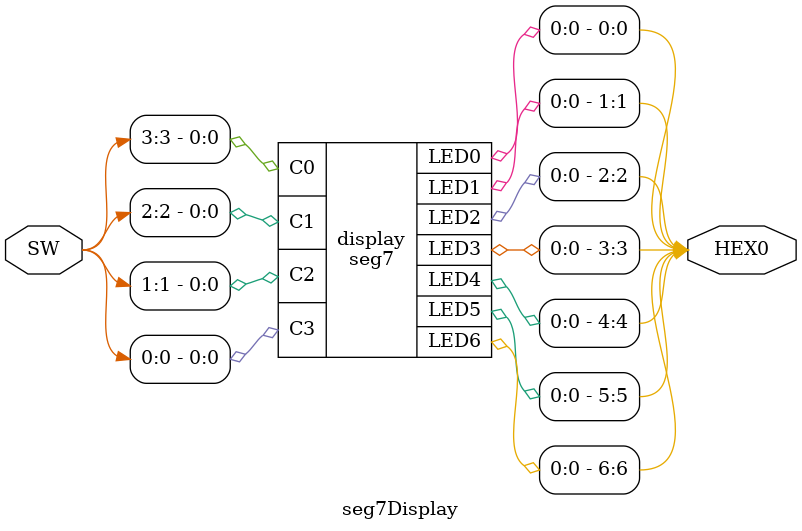
<source format=v>
module seg7(input C0, C1, C2, C3, output LED0, LED1, LED2, LED3, LED4, LED5, LED6);
	assign LED0 = ((~C3 & ~C2 & ~C1 & C0) | (~C3 & C2 & ~C1  & ~C0) | (C3 & ~C2 & C1 & C0) | (C3 & C2 & ~C1 & C0));
	assign LED1 = ((~C3 & C2 & ~C1 & C0) | (~C3 & C2 & C1 & ~C0) | (C3 & ~C2 & C1 & C0) | (C3 & C2 & ~C1 & ~C0) | (C3 & C2 & C1 & ~C0) | (C3 & C2 & C1 & C0));
	assign LED2 = ((~C3 & ~C2 & C1 & ~C0) | (C3 & C2 & ~C1 & ~C0) | (C3 & C2 & C1 & ~C0) | (C3 & C2 & C1 & C0));
	assign LED3 = ((~C3 & ~C2 & ~C1 & C0) | (~C3 & C2 & ~C1 & ~C0) | (~C3 & C2 & C1 & C0) | (C3 & ~C2 & ~C1 & C0) | (C3 & ~C2 & C1 & ~C0) | (C3 & C2 & C1 & C0));
	assign LED4 = ((~C3 & ~C2 & ~C1 & C0) | (~C3 & ~C2 & C1 & C0) | (~C3 & C2 & ~C1 & ~C0) | (~C3 & C2 & ~C1 & C0) | (~C3 & C2 & C1 & C0) | (C3 & ~C2 & ~C1 & C0));
	assign LED5 = ((~C3 & ~C2 & ~C1 & C0) | (~C3 & ~C2 & C1 & ~C0) | (~C3 & ~C2 & C1 & C0) | (~C3 & C2 & C1 & C0) | (C3 & C2 & ~C1 & C0));
	assign LED6 = ((~C3 & ~C2 & ~C1 & ~C0) | (~C3 & ~C2 & ~C1 & C0) | (~C3 & C2 & C1 & C0) | (C3 & C2 & ~C1 & ~C0));
endmodule

//assign FPGA board switches and LEDs to our variables
module seg7Display (HEX0, SW);
	input [3:0]SW;
	output [6:0]HEX0;
	
	seg7 display(.C0(SW[3]), .C1(SW[2]), .C2(SW[1]), .C3(SW[0]), .LED0(HEX0[0]), .LED1(HEX0[1]), .LED2(HEX0[2]), .LED3(HEX0[3]), .LED4(HEX0[4]), .LED5(HEX0[5]), .LED6(HEX0[6]));
endmodule	
	

</source>
